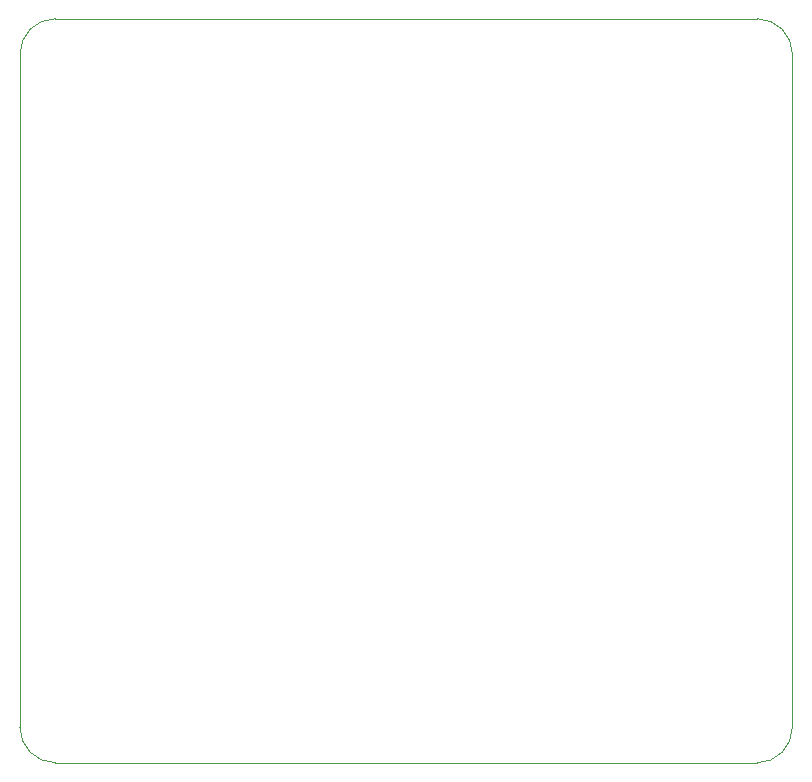
<source format=gm1>
G04 #@! TF.GenerationSoftware,KiCad,Pcbnew,(6.0.2)*
G04 #@! TF.CreationDate,2022-09-28T01:41:44+02:00*
G04 #@! TF.ProjectId,LoRa-Gateway-E220,4c6f5261-2d47-4617-9465-7761792d4532,v1r1a*
G04 #@! TF.SameCoordinates,Original*
G04 #@! TF.FileFunction,Profile,NP*
%FSLAX46Y46*%
G04 Gerber Fmt 4.6, Leading zero omitted, Abs format (unit mm)*
G04 Created by KiCad (PCBNEW (6.0.2)) date 2022-09-28 01:41:44*
%MOMM*%
%LPD*%
G01*
G04 APERTURE LIST*
G04 #@! TA.AperFunction,Profile*
%ADD10C,0.100000*%
G04 #@! TD*
G04 APERTURE END LIST*
D10*
X97000000Y-96000000D02*
G75*
G03*
X100000000Y-99000000I3000001J1D01*
G01*
X100000000Y-36000000D02*
X159400000Y-36000000D01*
X97000000Y-96000000D02*
X97000000Y-39000000D01*
X159400000Y-99000000D02*
G75*
G03*
X162400000Y-96000000I-1J3000001D01*
G01*
X162400000Y-39000000D02*
G75*
G03*
X159400000Y-36000000I-3000001J-1D01*
G01*
X162400000Y-39000000D02*
X162400000Y-96000000D01*
X159400000Y-99000000D02*
X100000000Y-99000000D01*
X100000000Y-36000000D02*
G75*
G03*
X97000000Y-39000000I1J-3000001D01*
G01*
M02*

</source>
